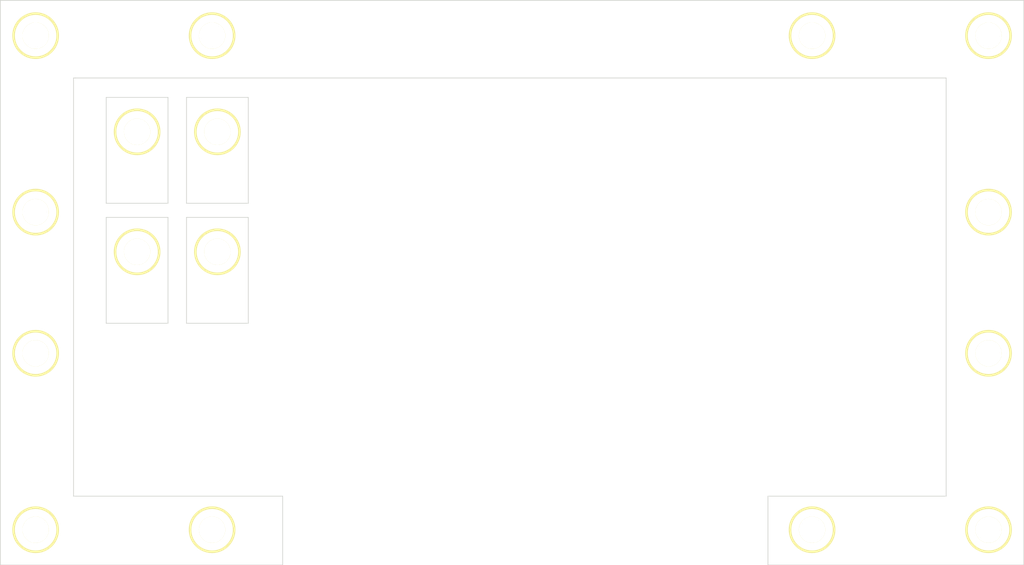
<source format=kicad_pcb>
(kicad_pcb (version 3) (host pcbnew "(2013-jul-07)-stable")

  (general
    (links 0)
    (no_connects 0)
    (area 48.209999 17.729999 195.630001 100.1776)
    (thickness 1.6)
    (drawings 29)
    (tracks 0)
    (zones 0)
    (modules 16)
    (nets 1)
  )

  (page A3)
  (layers
    (15 F.Cu signal)
    (2 Inner2.Cu power)
    (1 Inner1.Cu power)
    (0 B.Cu signal)
    (16 B.Adhes user)
    (17 F.Adhes user)
    (18 B.Paste user)
    (19 F.Paste user)
    (20 B.SilkS user)
    (21 F.SilkS user)
    (22 B.Mask user)
    (23 F.Mask user)
    (24 Dwgs.User user)
    (25 Cmts.User user)
    (26 Eco1.User user)
    (27 Eco2.User user)
    (28 Edge.Cuts user)
  )

  (setup
    (last_trace_width 0.254)
    (user_trace_width 0.254)
    (trace_clearance 0.2032)
    (zone_clearance 0.254)
    (zone_45_only no)
    (trace_min 0.254)
    (segment_width 0.15)
    (edge_width 0.1)
    (via_size 0.889)
    (via_drill 0.635)
    (via_min_size 0.889)
    (via_min_drill 0.508)
    (uvia_size 0.508)
    (uvia_drill 0.127)
    (uvias_allowed no)
    (uvia_min_size 0.508)
    (uvia_min_drill 0.127)
    (pcb_text_width 0.3)
    (pcb_text_size 1.5 1.5)
    (mod_edge_width 0.15)
    (mod_text_size 1 1)
    (mod_text_width 0.15)
    (pad_size 3.7973 3.7973)
    (pad_drill 3.175)
    (pad_to_mask_clearance 0)
    (aux_axis_origin 0 0)
    (visible_elements 7FFFFFBF)
    (pcbplotparams
      (layerselection 3178497)
      (usegerberextensions true)
      (excludeedgelayer true)
      (linewidth 0.150000)
      (plotframeref false)
      (viasonmask false)
      (mode 1)
      (useauxorigin false)
      (hpglpennumber 1)
      (hpglpenspeed 20)
      (hpglpendiameter 15)
      (hpglpenoverlay 2)
      (psnegative false)
      (psa4output false)
      (plotreference true)
      (plotvalue true)
      (plotothertext true)
      (plotinvisibletext false)
      (padsonsilk false)
      (subtractmaskfromsilk false)
      (outputformat 1)
      (mirror false)
      (drillshape 1)
      (scaleselection 1)
      (outputdirectory ""))
  )

  (net 0 "")

  (net_class Default "This is the default net class."
    (clearance 0.2032)
    (trace_width 0.254)
    (via_dia 0.889)
    (via_drill 0.635)
    (uvia_dia 0.508)
    (uvia_drill 0.127)
    (add_net "")
  )

  (net_class Power ""
    (clearance 0.2032)
    (trace_width 0.508)
    (via_dia 0.889)
    (via_drill 0.635)
    (uvia_dia 0.508)
    (uvia_drill 0.127)
  )

  (module Hole_M3 (layer F.Cu) (tedit 53540870) (tstamp 55293E36)
    (at 67.945 53.975)
    (path Hole_M3)
    (fp_text reference Hole_M3 (at 0 -4.445) (layer F.SilkS) hide
      (effects (font (size 0.6 0.6) (thickness 0.127)))
    )
    (fp_text value VAL** (at 0 5.08) (layer F.SilkS) hide
      (effects (font (size 1.524 1.524) (thickness 0.3048)))
    )
    (fp_circle (center 0 0) (end 0 3.175) (layer F.SilkS) (width 0.381))
    (pad "" np_thru_hole circle (at 0 0) (size 3.7973 3.7973) (drill 3.7973)
      (layers *.Cu *.Mask F.SilkS)
    )
  )

  (module Hole_M3 (layer F.Cu) (tedit 53540870) (tstamp 55293E31)
    (at 79.502 53.975)
    (path Hole_M3)
    (fp_text reference Hole_M3 (at 0 -4.445) (layer F.SilkS) hide
      (effects (font (size 0.6 0.6) (thickness 0.127)))
    )
    (fp_text value VAL** (at 0 5.08) (layer F.SilkS) hide
      (effects (font (size 1.524 1.524) (thickness 0.3048)))
    )
    (fp_circle (center 0 0) (end 0 3.175) (layer F.SilkS) (width 0.381))
    (pad "" np_thru_hole circle (at 0 0) (size 3.7973 3.7973) (drill 3.7973)
      (layers *.Cu *.Mask F.SilkS)
    )
  )

  (module Hole_M3 (layer F.Cu) (tedit 53540870) (tstamp 55293E16)
    (at 79.502 36.703)
    (path Hole_M3)
    (fp_text reference Hole_M3 (at 0 -4.445) (layer F.SilkS) hide
      (effects (font (size 0.6 0.6) (thickness 0.127)))
    )
    (fp_text value VAL** (at 0 5.08) (layer F.SilkS) hide
      (effects (font (size 1.524 1.524) (thickness 0.3048)))
    )
    (fp_circle (center 0 0) (end 0 3.175) (layer F.SilkS) (width 0.381))
    (pad "" np_thru_hole circle (at 0 0) (size 3.7973 3.7973) (drill 3.7973)
      (layers *.Cu *.Mask F.SilkS)
    )
  )

  (module Hole_M3 (layer F.Cu) (tedit 53540870) (tstamp 55293D50)
    (at 53.34 48.26)
    (path Hole_M3)
    (fp_text reference Hole_M3 (at 0 -4.445) (layer F.SilkS) hide
      (effects (font (size 0.6 0.6) (thickness 0.127)))
    )
    (fp_text value VAL** (at 0 5.08) (layer F.SilkS) hide
      (effects (font (size 1.524 1.524) (thickness 0.3048)))
    )
    (fp_circle (center 0 0) (end 0 3.175) (layer F.SilkS) (width 0.381))
    (pad "" np_thru_hole circle (at 0 0) (size 3.7973 3.7973) (drill 3.7973)
      (layers *.Cu *.Mask F.SilkS)
    )
  )

  (module Hole_M3 (layer F.Cu) (tedit 53540870) (tstamp 54FBD797)
    (at 190.5 22.86)
    (path Hole_M3)
    (fp_text reference Hole_M3 (at 0 -4.445) (layer F.SilkS) hide
      (effects (font (size 0.6 0.6) (thickness 0.127)))
    )
    (fp_text value VAL** (at 0 5.08) (layer F.SilkS) hide
      (effects (font (size 1.524 1.524) (thickness 0.3048)))
    )
    (fp_circle (center 0 0) (end 0 3.175) (layer F.SilkS) (width 0.381))
    (pad "" np_thru_hole circle (at 0 0) (size 3.7973 3.7973) (drill 3.7973)
      (layers *.Cu *.Mask F.SilkS)
    )
  )

  (module Hole_M3 (layer F.Cu) (tedit 53540870) (tstamp 54FBD7A2)
    (at 165.1 22.86)
    (path Hole_M3)
    (fp_text reference Hole_M3 (at 0 -4.445) (layer F.SilkS) hide
      (effects (font (size 0.6 0.6) (thickness 0.127)))
    )
    (fp_text value VAL** (at 0 5.08) (layer F.SilkS) hide
      (effects (font (size 1.524 1.524) (thickness 0.3048)))
    )
    (fp_circle (center 0 0) (end 0 3.175) (layer F.SilkS) (width 0.381))
    (pad "" np_thru_hole circle (at 0 0) (size 3.7973 3.7973) (drill 3.7973)
      (layers *.Cu *.Mask F.SilkS)
    )
  )

  (module Hole_M3 (layer F.Cu) (tedit 53540870) (tstamp 54FBD7AD)
    (at 78.74 22.86)
    (path Hole_M3)
    (fp_text reference Hole_M3 (at 0 -4.445) (layer F.SilkS) hide
      (effects (font (size 0.6 0.6) (thickness 0.127)))
    )
    (fp_text value VAL** (at 0 5.08) (layer F.SilkS) hide
      (effects (font (size 1.524 1.524) (thickness 0.3048)))
    )
    (fp_circle (center 0 0) (end 0 3.175) (layer F.SilkS) (width 0.381))
    (pad "" np_thru_hole circle (at 0 0) (size 3.7973 3.7973) (drill 3.7973)
      (layers *.Cu *.Mask F.SilkS)
    )
  )

  (module Hole_M3 (layer F.Cu) (tedit 53540870) (tstamp 54FBD7B8)
    (at 53.34 22.86)
    (path Hole_M3)
    (fp_text reference Hole_M3 (at 0 -4.445) (layer F.SilkS) hide
      (effects (font (size 0.6 0.6) (thickness 0.127)))
    )
    (fp_text value VAL** (at 0 5.08) (layer F.SilkS) hide
      (effects (font (size 1.524 1.524) (thickness 0.3048)))
    )
    (fp_circle (center 0 0) (end 0 3.175) (layer F.SilkS) (width 0.381))
    (pad "" np_thru_hole circle (at 0 0) (size 3.7973 3.7973) (drill 3.7973)
      (layers *.Cu *.Mask F.SilkS)
    )
  )

  (module Hole_M3 (layer F.Cu) (tedit 53540870) (tstamp 54FBD7CA)
    (at 53.34 93.98)
    (path Hole_M3)
    (fp_text reference Hole_M3 (at 0 -4.445) (layer F.SilkS) hide
      (effects (font (size 0.6 0.6) (thickness 0.127)))
    )
    (fp_text value VAL** (at 0 5.08) (layer F.SilkS) hide
      (effects (font (size 1.524 1.524) (thickness 0.3048)))
    )
    (fp_circle (center 0 0) (end 0 3.175) (layer F.SilkS) (width 0.381))
    (pad "" np_thru_hole circle (at 0 0) (size 3.7973 3.7973) (drill 3.7973)
      (layers *.Cu *.Mask F.SilkS)
    )
  )

  (module Hole_M3 (layer F.Cu) (tedit 53540870) (tstamp 54FBD7D5)
    (at 78.74 93.98)
    (path Hole_M3)
    (fp_text reference Hole_M3 (at 0 -4.445) (layer F.SilkS) hide
      (effects (font (size 0.6 0.6) (thickness 0.127)))
    )
    (fp_text value VAL** (at 0 5.08) (layer F.SilkS) hide
      (effects (font (size 1.524 1.524) (thickness 0.3048)))
    )
    (fp_circle (center 0 0) (end 0 3.175) (layer F.SilkS) (width 0.381))
    (pad "" np_thru_hole circle (at 0 0) (size 3.7973 3.7973) (drill 3.7973)
      (layers *.Cu *.Mask F.SilkS)
    )
  )

  (module Hole_M3 (layer F.Cu) (tedit 53540870) (tstamp 54FBD7E6)
    (at 190.5 93.98)
    (path Hole_M3)
    (fp_text reference Hole_M3 (at 0 -4.445) (layer F.SilkS) hide
      (effects (font (size 0.6 0.6) (thickness 0.127)))
    )
    (fp_text value VAL** (at 0 5.08) (layer F.SilkS) hide
      (effects (font (size 1.524 1.524) (thickness 0.3048)))
    )
    (fp_circle (center 0 0) (end 0 3.175) (layer F.SilkS) (width 0.381))
    (pad "" np_thru_hole circle (at 0 0) (size 3.7973 3.7973) (drill 3.7973)
      (layers *.Cu *.Mask F.SilkS)
    )
  )

  (module Hole_M3 (layer F.Cu) (tedit 53540870) (tstamp 54FBD7F1)
    (at 165.1 93.98)
    (path Hole_M3)
    (fp_text reference Hole_M3 (at 0 -4.445) (layer F.SilkS) hide
      (effects (font (size 0.6 0.6) (thickness 0.127)))
    )
    (fp_text value VAL** (at 0 5.08) (layer F.SilkS) hide
      (effects (font (size 1.524 1.524) (thickness 0.3048)))
    )
    (fp_circle (center 0 0) (end 0 3.175) (layer F.SilkS) (width 0.381))
    (pad "" np_thru_hole circle (at 0 0) (size 3.7973 3.7973) (drill 3.7973)
      (layers *.Cu *.Mask F.SilkS)
    )
  )

  (module Hole_M3 (layer F.Cu) (tedit 53540870) (tstamp 54FBD7FC)
    (at 53.34 68.58)
    (path Hole_M3)
    (fp_text reference Hole_M3 (at 0 -4.445) (layer F.SilkS) hide
      (effects (font (size 0.6 0.6) (thickness 0.127)))
    )
    (fp_text value VAL** (at 0 5.08) (layer F.SilkS) hide
      (effects (font (size 1.524 1.524) (thickness 0.3048)))
    )
    (fp_circle (center 0 0) (end 0 3.175) (layer F.SilkS) (width 0.381))
    (pad "" np_thru_hole circle (at 0 0) (size 3.7973 3.7973) (drill 3.7973)
      (layers *.Cu *.Mask F.SilkS)
    )
  )

  (module Hole_M3 (layer F.Cu) (tedit 53540870) (tstamp 54FBD807)
    (at 67.945 36.703)
    (path Hole_M3)
    (fp_text reference Hole_M3 (at 0 -4.445) (layer F.SilkS) hide
      (effects (font (size 0.6 0.6) (thickness 0.127)))
    )
    (fp_text value VAL** (at 0 5.08) (layer F.SilkS) hide
      (effects (font (size 1.524 1.524) (thickness 0.3048)))
    )
    (fp_circle (center 0 0) (end 0 3.175) (layer F.SilkS) (width 0.381))
    (pad "" np_thru_hole circle (at 0 0) (size 3.7973 3.7973) (drill 3.7973)
      (layers *.Cu *.Mask F.SilkS)
    )
  )

  (module Hole_M3 (layer F.Cu) (tedit 53540870) (tstamp 54FBD812)
    (at 190.5 48.26)
    (path Hole_M3)
    (fp_text reference Hole_M3 (at 0 -4.445) (layer F.SilkS) hide
      (effects (font (size 0.6 0.6) (thickness 0.127)))
    )
    (fp_text value VAL** (at 0 5.08) (layer F.SilkS) hide
      (effects (font (size 1.524 1.524) (thickness 0.3048)))
    )
    (fp_circle (center 0 0) (end 0 3.175) (layer F.SilkS) (width 0.381))
    (pad "" np_thru_hole circle (at 0 0) (size 3.7973 3.7973) (drill 3.7973)
      (layers *.Cu *.Mask F.SilkS)
    )
  )

  (module Hole_M3 (layer F.Cu) (tedit 53540870) (tstamp 54FBD81D)
    (at 190.5 68.58)
    (path Hole_M3)
    (fp_text reference Hole_M3 (at 0 -4.445) (layer F.SilkS) hide
      (effects (font (size 0.6 0.6) (thickness 0.127)))
    )
    (fp_text value VAL** (at 0 5.08) (layer F.SilkS) hide
      (effects (font (size 1.524 1.524) (thickness 0.3048)))
    )
    (fp_circle (center 0 0) (end 0 3.175) (layer F.SilkS) (width 0.381))
    (pad "" np_thru_hole circle (at 0 0) (size 3.7973 3.7973) (drill 3.7973)
      (layers *.Cu *.Mask F.SilkS)
    )
  )

  (gr_line (start 63.5 49.022) (end 72.39 49.022) (angle 90) (layer Edge.Cuts) (width 0.1) (tstamp 55293E42))
  (gr_line (start 72.39 49.022) (end 72.39 64.262) (angle 90) (layer Edge.Cuts) (width 0.1) (tstamp 55293E41))
  (gr_line (start 72.39 64.262) (end 63.5 64.262) (angle 90) (layer Edge.Cuts) (width 0.1) (tstamp 55293E40))
  (gr_line (start 63.5 64.262) (end 63.5 49.022) (angle 90) (layer Edge.Cuts) (width 0.1) (tstamp 55293E3F))
  (gr_line (start 75.057 64.262) (end 75.057 49.022) (angle 90) (layer Edge.Cuts) (width 0.1) (tstamp 55293E3E))
  (gr_line (start 83.947 64.262) (end 75.057 64.262) (angle 90) (layer Edge.Cuts) (width 0.1) (tstamp 55293E3D))
  (gr_line (start 83.947 49.022) (end 83.947 64.262) (angle 90) (layer Edge.Cuts) (width 0.1) (tstamp 55293E3C))
  (gr_line (start 75.057 49.022) (end 83.947 49.022) (angle 90) (layer Edge.Cuts) (width 0.1) (tstamp 55293E3B))
  (gr_line (start 75.057 31.75) (end 83.947 31.75) (angle 90) (layer Edge.Cuts) (width 0.1) (tstamp 55293E1E))
  (gr_line (start 83.947 31.75) (end 83.947 46.99) (angle 90) (layer Edge.Cuts) (width 0.1) (tstamp 55293E1D))
  (gr_line (start 83.947 46.99) (end 75.057 46.99) (angle 90) (layer Edge.Cuts) (width 0.1) (tstamp 55293E1C))
  (gr_line (start 75.057 46.99) (end 75.057 31.75) (angle 90) (layer Edge.Cuts) (width 0.1) (tstamp 55293E1B))
  (gr_line (start 63.5 46.99) (end 63.5 31.75) (angle 90) (layer Edge.Cuts) (width 0.1))
  (gr_line (start 72.39 46.99) (end 63.5 46.99) (angle 90) (layer Edge.Cuts) (width 0.1))
  (gr_line (start 72.39 31.75) (end 72.39 46.99) (angle 90) (layer Edge.Cuts) (width 0.1))
  (gr_line (start 63.5 31.75) (end 72.39 31.75) (angle 90) (layer Edge.Cuts) (width 0.1))
  (gr_line (start 88.9 89.154) (end 88.9 99.06) (angle 90) (layer Edge.Cuts) (width 0.1))
  (gr_line (start 158.75 89.154) (end 158.75 99.06) (angle 90) (layer Edge.Cuts) (width 0.1))
  (gr_line (start 184.404 89.154) (end 158.75 89.154) (angle 90) (layer Edge.Cuts) (width 0.1))
  (gr_line (start 184.404 28.956) (end 184.404 89.154) (angle 90) (layer Edge.Cuts) (width 0.1))
  (gr_line (start 59.055 28.956) (end 184.404 28.956) (angle 90) (layer Edge.Cuts) (width 0.1))
  (gr_line (start 58.801 28.956) (end 59.055 28.956) (angle 90) (layer Edge.Cuts) (width 0.1))
  (gr_line (start 58.801 89.154) (end 58.801 28.956) (angle 90) (layer Edge.Cuts) (width 0.1))
  (gr_line (start 88.9 89.154) (end 58.801 89.154) (angle 90) (layer Edge.Cuts) (width 0.1))
  (gr_line (start 195.58 99.06) (end 158.75 99.06) (angle 90) (layer Edge.Cuts) (width 0.1))
  (gr_line (start 48.26 99.06) (end 88.9 99.06) (angle 90) (layer Edge.Cuts) (width 0.1))
  (gr_line (start 48.26 99.06) (end 48.26 17.78) (angle 90) (layer Edge.Cuts) (width 0.1))
  (gr_line (start 195.58 17.78) (end 195.58 99.06) (angle 90) (layer Edge.Cuts) (width 0.1))
  (gr_line (start 48.26 17.78) (end 195.58 17.78) (angle 90) (layer Edge.Cuts) (width 0.1))

)

</source>
